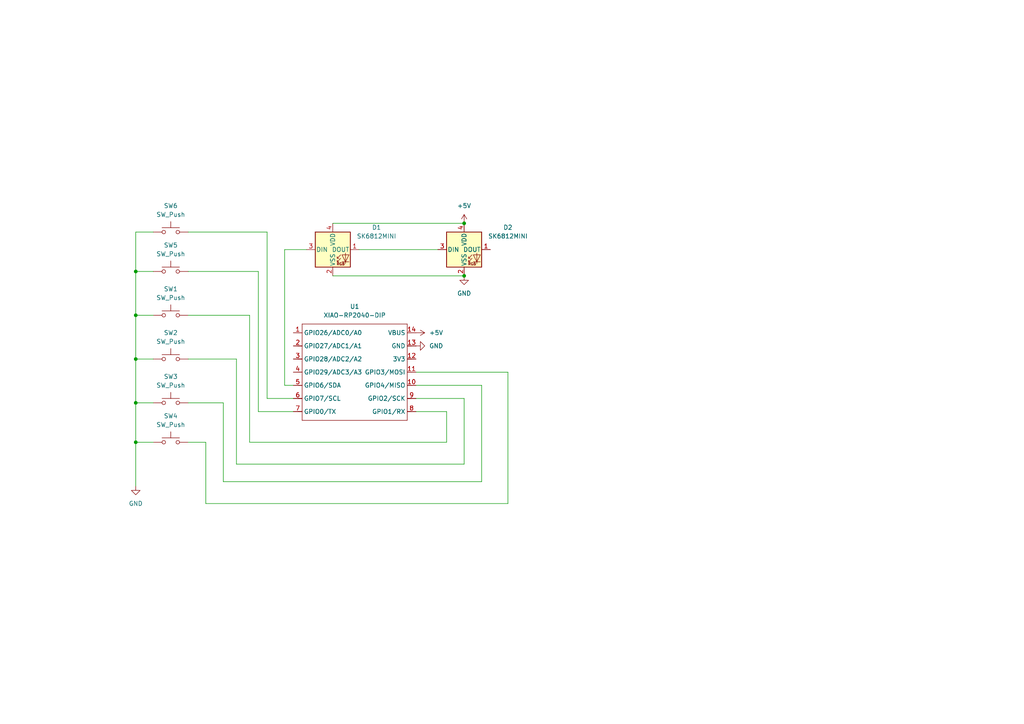
<source format=kicad_sch>
(kicad_sch (version 20250114) (generator "eeschema") (generator_version "9.0")
  (paper "A4")
  (lib_symbols
    (symbol "LED:SK6812MINI" (pin_names (offset 0.254))
      (property "Reference" "D" (at 5.08 5.715 0))
      (property "Value" "SK6812MINI" (at 1.27 -5.715 0))
      (symbol "SK6812MINI_0_0"
        (text "RGB" (at 2.286 -4.191 0) (effects (font (size 0.762 0.762))))
      )
      (symbol "SK6812MINI_0_1"
        (polyline (pts (xy 1.27 -2.54) (xy 1.778 -2.54)))
        (polyline (pts (xy 1.27 -3.556) (xy 1.778 -3.556)))
        (polyline (pts (xy 2.286 -1.524) (xy 1.27 -2.54) (xy 1.27 -2.032)))
        (polyline (pts (xy 2.286 -2.54) (xy 1.27 -3.556) (xy 1.27 -3.048)))
        (polyline (pts (xy 3.683 -1.016) (xy 3.683 -3.556) (xy 3.683 -4.064)))
        (polyline (pts (xy 4.699 -1.524) (xy 2.667 -1.524) (xy 3.683 -3.556) (xy 4.699 -1.524)))
        (polyline (pts (xy 4.699 -3.556) (xy 2.667 -3.556)))
        (rectangle (start 5.08 5.08) (end -5.08 -5.08) (stroke (width 0.254)) (fill (type background)))
      )
      (symbol "SK6812MINI_1_1"
        (pin input line (at -7.62 0 0) (length 2.54) (name "DIN") (number "3"))
        (pin power_in line (at 0 7.62 270) (length 2.54) (name "VDD") (number "4"))
        (pin power_in line (at 0 -7.62 90) (length 2.54) (name "VSS") (number "2"))
        (pin output line (at 7.62 0 180) (length 2.54) (name "DOUT") (number "1"))
      )
    )
    (symbol "OPL:XIAO-RP2040-DIP"
      (property "Reference" "U" (at 0 0 0))
      (property "Value" "XIAO-RP2040-DIP" (at 5.334 -1.778 0))
      (symbol "XIAO-RP2040-DIP_1_0"
        (polyline (pts (xy -1.27 -2.54) (xy 29.21 -2.54)) (stroke (width 0.1524)))
        (polyline (pts (xy -1.27 -5.08) (xy -2.54 -5.08)) (stroke (width 0.1524)))
        (polyline (pts (xy -1.27 -5.08) (xy -1.27 -2.54)) (stroke (width 0.1524)))
        (polyline (pts (xy -1.27 -8.89) (xy -2.54 -8.89)) (stroke (width 0.1524)))
        (polyline (pts (xy -1.27 -8.89) (xy -1.27 -5.08)) (stroke (width 0.1524)))
        (polyline (pts (xy -1.27 -12.7) (xy -2.54 -12.7)) (stroke (width 0.1524)))
        (polyline (pts (xy -1.27 -12.7) (xy -1.27 -8.89)) (stroke (width 0.1524)))
        (polyline (pts (xy -1.27 -16.51) (xy -2.54 -16.51)) (stroke (width 0.1524)))
        (polyline (pts (xy -1.27 -16.51) (xy -1.27 -12.7)) (stroke (width 0.1524)))
        (polyline (pts (xy -1.27 -20.32) (xy -2.54 -20.32)) (stroke (width 0.1524)))
        (polyline (pts (xy -1.27 -24.13) (xy -2.54 -24.13)) (stroke (width 0.1524)))
        (polyline (pts (xy -1.27 -27.94) (xy -2.54 -27.94)) (stroke (width 0.1524)))
        (polyline (pts (xy -1.27 -30.48) (xy -1.27 -16.51)) (stroke (width 0.1524)))
        (polyline (pts (xy 29.21 -2.54) (xy 29.21 -5.08)) (stroke (width 0.1524)))
        (polyline (pts (xy 29.21 -5.08) (xy 29.21 -8.89)) (stroke (width 0.1524)))
        (polyline (pts (xy 29.21 -8.89) (xy 29.21 -12.7)) (stroke (width 0.1524)))
        (polyline (pts (xy 29.21 -12.7) (xy 29.21 -30.48)) (stroke (width 0.1524)))
        (polyline (pts (xy 29.21 -30.48) (xy -1.27 -30.48)) (stroke (width 0.1524)))
        (polyline (pts (xy 30.48 -5.08) (xy 29.21 -5.08)) (stroke (width 0.1524)))
        (polyline (pts (xy 30.48 -8.89) (xy 29.21 -8.89)) (stroke (width 0.1524)))
        (polyline (pts (xy 30.48 -12.7) (xy 29.21 -12.7)) (stroke (width 0.1524)))
        (polyline (pts (xy 30.48 -16.51) (xy 29.21 -16.51)) (stroke (width 0.1524)))
        (polyline (pts (xy 30.48 -20.32) (xy 29.21 -20.32)) (stroke (width 0.1524)))
        (polyline (pts (xy 30.48 -24.13) (xy 29.21 -24.13)) (stroke (width 0.1524)))
        (polyline (pts (xy 30.48 -27.94) (xy 29.21 -27.94)) (stroke (width 0.1524)))
        (pin passive line (at -3.81 -5.08 0) (length 2.54) (name "GPIO26/ADC0/A0") (number "1"))
        (pin passive line (at -3.81 -8.89 0) (length 2.54) (name "GPIO27/ADC1/A1") (number "2"))
        (pin passive line (at -3.81 -12.7 0) (length 2.54) (name "GPIO28/ADC2/A2") (number "3"))
        (pin passive line (at -3.81 -16.51 0) (length 2.54) (name "GPIO29/ADC3/A3") (number "4"))
        (pin passive line (at -3.81 -20.32 0) (length 2.54) (name "GPIO6/SDA") (number "5"))
        (pin passive line (at -3.81 -24.13 0) (length 2.54) (name "GPIO7/SCL") (number "6"))
        (pin passive line (at -3.81 -27.94 0) (length 2.54) (name "GPIO0/TX") (number "7"))
        (pin passive line (at 31.75 -5.08 180) (length 2.54) (name "VBUS") (number "14"))
        (pin passive line (at 31.75 -8.89 180) (length 2.54) (name "GND") (number "13"))
        (pin passive line (at 31.75 -12.7 180) (length 2.54) (name "3V3") (number "12"))
        (pin passive line (at 31.75 -16.51 180) (length 2.54) (name "GPIO3/MOSI") (number "11"))
        (pin passive line (at 31.75 -20.32 180) (length 2.54) (name "GPIO4/MISO") (number "10"))
        (pin passive line (at 31.75 -24.13 180) (length 2.54) (name "GPIO2/SCK") (number "9"))
        (pin passive line (at 31.75 -27.94 180) (length 2.54) (name "GPIO1/RX") (number "8"))
      )
    )
    (symbol "Switch:SW_Push" (pin_numbers (hide yes)) (pin_names (offset 1.016) (hide yes))
      (property "Reference" "SW" (at 1.27 2.54 0))
      (property "Value" "SW_Push" (at 0 -1.524 0))
      (symbol "SW_Push_0_1"
        (circle (center -2.032 0) (radius 0.508))
        (polyline (pts (xy 0 1.27) (xy 0 3.048)))
        (circle (center 2.032 0) (radius 0.508))
        (polyline (pts (xy 2.54 1.27) (xy -2.54 1.27)))
        (pin passive line (at -5.08 0 0) (length 2.54) (name "1") (number "1"))
        (pin passive line (at 5.08 0 180) (length 2.54) (name "2") (number "2"))
      )
    )
    (symbol "power:+5V" (power) (pin_numbers (hide yes)) (pin_names (offset 0) (hide yes))
      (property "Value" "+5V" (at 0 3.556 0))
      (symbol "+5V_0_1"
        (polyline (pts (xy -0.762 1.27) (xy 0 2.54)))
        (polyline (pts (xy 0 2.54) (xy 0.762 1.27)))
        (polyline (pts (xy 0 0) (xy 0 2.54)))
      )
      (symbol "+5V_1_1"
        (pin power_in line (at 0 0 90) (length 0) (name "~") (number "1"))
      )
    )
    (symbol "power:GND" (power) (pin_numbers (hide yes)) (pin_names (offset 0) (hide yes))
      (property "Value" "GND" (at 0 -3.81 0))
      (symbol "GND_0_1"
        (polyline (pts (xy 0 0) (xy 0 -1.27) (xy 1.27 -1.27) (xy 0 -2.54) (xy -1.27 -1.27) (xy 0 -1.27)))
      )
      (symbol "GND_1_1"
        (pin power_in line (at 0 0 270) (length 0) (name "~") (number "1"))
      )
    )
  )
  (junction (at 134.62 64.77))
  (junction (at 39.37 128.27))
  (junction (at 39.37 91.44))
  (junction (at 39.37 116.84))
  (junction (at 39.37 78.74))
  (junction (at 39.37 104.14))
  (junction (at 134.62 80.01))
  (wire (pts (xy 54.61 91.44) (xy 72.39 91.44)))
  (wire (pts (xy 59.69 146.05) (xy 147.32 146.05)))
  (wire (pts (xy 39.37 67.31) (xy 39.37 78.74)))
  (wire (pts (xy 120.65 107.95) (xy 147.32 107.95)))
  (wire (pts (xy 134.62 134.62) (xy 134.62 115.57)))
  (wire (pts (xy 54.61 128.27) (xy 59.69 128.27)))
  (wire (pts (xy 85.09 111.76) (xy 82.55 111.76)))
  (wire (pts (xy 59.69 128.27) (xy 59.69 146.05)))
  (wire (pts (xy 39.37 78.74) (xy 39.37 91.44)))
  (wire (pts (xy 64.77 116.84) (xy 64.77 139.7)))
  (wire (pts (xy 68.58 134.62) (xy 134.62 134.62)))
  (wire (pts (xy 39.37 91.44) (xy 39.37 104.14)))
  (wire (pts (xy 82.55 72.39) (xy 88.9 72.39)))
  (wire (pts (xy 44.45 67.31) (xy 39.37 67.31)))
  (wire (pts (xy 139.7 139.7) (xy 139.7 111.76)))
  (wire (pts (xy 82.55 111.76) (xy 82.55 72.39)))
  (wire (pts (xy 44.45 78.74) (xy 39.37 78.74)))
  (wire (pts (xy 44.45 91.44) (xy 39.37 91.44)))
  (wire (pts (xy 120.65 111.76) (xy 139.7 111.76)))
  (wire (pts (xy 77.47 67.31) (xy 77.47 115.57)))
  (wire (pts (xy 68.58 104.14) (xy 68.58 134.62)))
  (wire (pts (xy 120.65 119.38) (xy 129.54 119.38)))
  (wire (pts (xy 39.37 128.27) (xy 39.37 140.97)))
  (wire (pts (xy 104.14 72.39) (xy 127 72.39)))
  (wire (pts (xy 77.47 115.57) (xy 85.09 115.57)))
  (wire (pts (xy 54.61 104.14) (xy 68.58 104.14)))
  (wire (pts (xy 44.45 116.84) (xy 39.37 116.84)))
  (wire (pts (xy 74.93 78.74) (xy 74.93 119.38)))
  (wire (pts (xy 96.52 64.77) (xy 134.62 64.77)))
  (wire (pts (xy 96.52 80.01) (xy 134.62 80.01)))
  (wire (pts (xy 74.93 119.38) (xy 85.09 119.38)))
  (wire (pts (xy 39.37 104.14) (xy 39.37 116.84)))
  (wire (pts (xy 54.61 67.31) (xy 77.47 67.31)))
  (wire (pts (xy 72.39 91.44) (xy 72.39 128.27)))
  (wire (pts (xy 39.37 116.84) (xy 39.37 128.27)))
  (wire (pts (xy 129.54 128.27) (xy 129.54 119.38)))
  (wire (pts (xy 64.77 139.7) (xy 139.7 139.7)))
  (wire (pts (xy 39.37 128.27) (xy 44.45 128.27)))
  (wire (pts (xy 72.39 128.27) (xy 129.54 128.27)))
  (wire (pts (xy 39.37 104.14) (xy 44.45 104.14)))
  (wire (pts (xy 120.65 115.57) (xy 134.62 115.57)))
  (wire (pts (xy 54.61 116.84) (xy 64.77 116.84)))
  (wire (pts (xy 147.32 146.05) (xy 147.32 107.95)))
  (wire (pts (xy 54.61 78.74) (xy 74.93 78.74)))
  (symbol (lib_id "LED:SK6812MINI") (at 96.52 72.39 0) (unit 1)
    (property "Reference" "D1" (at 109.22 65.9698 0))
    (property "Value" "SK6812MINI" (at 109.22 68.5098 0))
    (property "Footprint" "LED_SMD:LED_SK6812MINI_PLCC4_3.5x3.5mm_P1.75mm" (effects (hide yes)))
    (property "Datasheet" "https://cdn-shop.adafruit.com/product-files/2686/SK6812MINI_REV.01-1-2.pdf" (effects (hide yes)))
    (property "Description" "RGB LED with integrated controller" (effects (hide yes)))
  )
  (symbol (lib_id "OPL:XIAO-RP2040-DIP") (at 88.9 91.44 0) (unit 1)
    (property "Reference" "U1" (at 102.87 88.9 0))
    (property "Value" "XIAO-RP2040-DIP" (at 102.87 91.44 0))
    (property "Footprint" "OPL:XIAO-RP2040-DIP" (effects (hide yes)))
  )
  (symbol (lib_id "Switch:SW_Push") (at 49.53 128.27 0) (unit 1)
    (property "Reference" "SW4" (at 49.53 120.65 0))
    (property "Value" "SW_Push" (at 49.53 123.19 0))
    (property "Footprint" "Button_Switch_Keyboard:SW_Cherry_MX_1.00u_PCB" (effects (hide yes)))
    (property "Description" "Push button switch, generic, two pins" (effects (hide yes)))
  )
  (symbol (lib_id "Switch:SW_Push") (at 49.53 67.31 0) (unit 1)
    (property "Reference" "SW6" (at 49.53 59.69 0))
    (property "Value" "SW_Push" (at 49.53 62.23 0))
    (property "Footprint" "Button_Switch_Keyboard:SW_Cherry_MX_1.00u_PCB" (effects (hide yes)))
    (property "Description" "Push button switch, generic, two pins" (effects (hide yes)))
  )
  (symbol (lib_id "Switch:SW_Push") (at 49.53 116.84 0) (unit 1)
    (property "Reference" "SW3" (at 49.53 109.22 0))
    (property "Value" "SW_Push" (at 49.53 111.76 0))
    (property "Footprint" "Button_Switch_Keyboard:SW_Cherry_MX_1.00u_PCB" (effects (hide yes)))
    (property "Description" "Push button switch, generic, two pins" (effects (hide yes)))
  )
  (symbol (lib_id "Switch:SW_Push") (at 49.53 104.14 0) (unit 1)
    (property "Reference" "SW2" (at 49.53 96.52 0))
    (property "Value" "SW_Push" (at 49.53 99.06 0))
    (property "Footprint" "Button_Switch_Keyboard:SW_Cherry_MX_1.00u_PCB" (effects (hide yes)))
    (property "Description" "Push button switch, generic, two pins" (effects (hide yes)))
  )
  (symbol (lib_id "Switch:SW_Push") (at 49.53 78.74 0) (unit 1)
    (property "Reference" "SW5" (at 49.53 71.12 0))
    (property "Value" "SW_Push" (at 49.53 73.66 0))
    (property "Footprint" "Button_Switch_Keyboard:SW_Cherry_MX_1.00u_PCB" (effects (hide yes)))
    (property "Description" "Push button switch, generic, two pins" (effects (hide yes)))
  )
  (symbol (lib_id "Switch:SW_Push") (at 49.53 91.44 0) (unit 1)
    (property "Reference" "SW1" (at 49.53 83.82 0))
    (property "Value" "SW_Push" (at 49.53 86.36 0))
    (property "Footprint" "Button_Switch_Keyboard:SW_Cherry_MX_1.00u_PCB" (effects (hide yes)))
    (property "Description" "Push button switch, generic, two pins" (effects (hide yes)))
  )
  (symbol (lib_id "power:GND") (at 134.62 80.01 0) (unit 1)
    (property "Reference" "#PWR02" (effects (hide yes)))
    (property "Value" "GND" (at 134.62 85.09 0))
    (property "Description" "Power symbol creates a global label with name \"GND\" , ground" (effects (hide yes)))
  )
  (symbol (lib_id "power:GND") (at 120.65 100.33 90) (unit 1)
    (property "Reference" "#PWR03" (effects (hide yes)))
    (property "Value" "GND" (at 124.46 100.3299 90) (effects (justify right)))
    (property "Description" "Power symbol creates a global label with name \"GND\" , ground" (effects (hide yes)))
  )
  (symbol (lib_id "LED:SK6812MINI") (at 134.62 72.39 0) (unit 1)
    (property "Reference" "D2" (at 147.32 65.9698 0))
    (property "Value" "SK6812MINI" (at 147.32 68.5098 0))
    (property "Footprint" "LED_SMD:LED_SK6812MINI_PLCC4_3.5x3.5mm_P1.75mm" (effects (hide yes)))
    (property "Datasheet" "https://cdn-shop.adafruit.com/product-files/2686/SK6812MINI_REV.01-1-2.pdf" (effects (hide yes)))
    (property "Description" "RGB LED with integrated controller" (effects (hide yes)))
  )
  (symbol (lib_id "power:GND") (at 39.37 140.97 0) (unit 1)
    (property "Reference" "#PWR01" (effects (hide yes)))
    (property "Value" "GND" (at 39.37 146.05 0))
    (property "Description" "Power symbol creates a global label with name \"GND\" , ground" (effects (hide yes)))
  )
  (symbol (lib_id "power:+5V") (at 120.65 96.52 270) (unit 1)
    (property "Reference" "#PWR05" (effects (hide yes)))
    (property "Value" "+5V" (at 124.46 96.5199 90) (effects (justify left)))
    (property "Description" "Power symbol creates a global label with name \"+5V\"" (effects (hide yes)))
  )
  (symbol (lib_id "power:+5V") (at 134.62 64.77 0) (unit 1)
    (property "Reference" "#PWR04" (effects (hide yes)))
    (property "Value" "+5V" (at 134.62 59.69 0))
    (property "Description" "Power symbol creates a global label with name \"+5V\"" (effects (hide yes)))
  )
)
</source>
